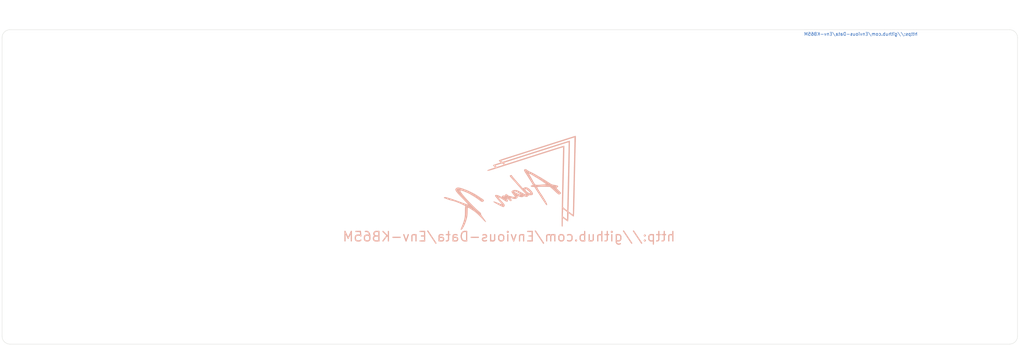
<source format=kicad_pcb>
(kicad_pcb (version 20171130) (host pcbnew "(5.1.9)-1")

  (general
    (thickness 1.6)
    (drawings 14)
    (tracks 0)
    (zones 0)
    (modules 7)
    (nets 2)
  )

  (page A3)
  (layers
    (0 F.Cu signal)
    (31 B.Cu signal)
    (32 B.Adhes user)
    (33 F.Adhes user)
    (34 B.Paste user)
    (35 F.Paste user)
    (36 B.SilkS user)
    (37 F.SilkS user)
    (38 B.Mask user)
    (39 F.Mask user)
    (40 Dwgs.User user)
    (41 Cmts.User user)
    (42 Eco1.User user)
    (43 Eco2.User user)
    (44 Edge.Cuts user)
    (45 Margin user)
    (46 B.CrtYd user)
    (47 F.CrtYd user)
    (48 B.Fab user)
    (49 F.Fab user)
  )

  (setup
    (last_trace_width 0.25)
    (trace_clearance 0.4)
    (zone_clearance 0.508)
    (zone_45_only no)
    (trace_min 0.2)
    (via_size 0.8)
    (via_drill 0.4)
    (via_min_size 0.4)
    (via_min_drill 0.3)
    (uvia_size 0.3)
    (uvia_drill 0.1)
    (uvias_allowed no)
    (uvia_min_size 0.2)
    (uvia_min_drill 0.1)
    (edge_width 0.1)
    (segment_width 0.2)
    (pcb_text_width 0.3)
    (pcb_text_size 1.5 1.5)
    (mod_edge_width 0.15)
    (mod_text_size 1 1)
    (mod_text_width 0.15)
    (pad_size 1.5 1.5)
    (pad_drill 0.6)
    (pad_to_mask_clearance 0)
    (aux_axis_origin 0 0)
    (visible_elements 7FFFFFFF)
    (pcbplotparams
      (layerselection 0x010fc_ffffffff)
      (usegerberextensions false)
      (usegerberattributes false)
      (usegerberadvancedattributes false)
      (creategerberjobfile false)
      (excludeedgelayer true)
      (linewidth 0.100000)
      (plotframeref false)
      (viasonmask false)
      (mode 1)
      (useauxorigin false)
      (hpglpennumber 1)
      (hpglpenspeed 20)
      (hpglpendiameter 15.000000)
      (psnegative false)
      (psa4output false)
      (plotreference true)
      (plotvalue true)
      (plotinvisibletext false)
      (padsonsilk false)
      (subtractmaskfromsilk false)
      (outputformat 1)
      (mirror false)
      (drillshape 0)
      (scaleselection 1)
      (outputdirectory "_gerber/"))
  )

  (net 0 "")
  (net 1 GND)

  (net_class Default "This is the default net class."
    (clearance 0.4)
    (trace_width 0.25)
    (via_dia 0.8)
    (via_drill 0.4)
    (uvia_dia 0.3)
    (uvia_drill 0.1)
  )

  (module Logo:logo locked (layer B.Cu) (tedit 0) (tstamp 60A3C9D4)
    (at 224.625 146.65 180)
    (fp_text reference Ref** (at -1.5 0) (layer B.SilkS) hide
      (effects (font (size 1.27 1.27) (thickness 0.15)) (justify mirror))
    )
    (fp_text value Val** (at 0 0) (layer B.SilkS) hide
      (effects (font (size 1.27 1.27) (thickness 0.15)) (justify mirror))
    )
    (fp_poly (pts (xy -5.12093 4.958323) (xy -4.903509 4.891652) (xy -4.786156 4.779923) (xy -4.770887 4.605409)
      (xy -4.859716 4.350386) (xy -5.054657 3.997129) (xy -5.268237 3.662321) (xy -5.524529 3.270837)
      (xy -5.783092 2.870703) (xy -6.008251 2.517373) (xy -6.126422 2.328333) (xy -6.305095 2.041951)
      (xy -6.54129 1.668129) (xy -6.800381 1.261492) (xy -6.98514 0.973666) (xy -7.198801 0.633663)
      (xy -7.373621 0.33947) (xy -7.491163 0.123228) (xy -7.533012 0.018509) (xy -7.515658 -0.059466)
      (xy -7.43293 -0.115984) (xy -7.244954 -0.171179) (xy -7.085208 -0.20762) (xy -6.904915 -0.28823)
      (xy -6.873986 -0.40148) (xy -6.986032 -0.541513) (xy -7.255772 -0.631187) (xy -7.673517 -0.668894)
      (xy -8.023367 -0.677334) (xy -8.811369 -1.883834) (xy -9.470946 -2.892491) (xy -10.042012 -3.76314)
      (xy -10.527555 -4.500257) (xy -10.930564 -5.108318) (xy -11.254027 -5.5918) (xy -11.50093 -5.955178)
      (xy -11.674262 -6.202928) (xy -11.777011 -6.339527) (xy -11.805841 -6.36987) (xy -11.963262 -6.427963)
      (xy -12.066705 -6.329697) (xy -12.082348 -6.29299) (xy -12.069507 -6.145912) (xy -11.978343 -5.88759)
      (xy -11.823573 -5.54826) (xy -11.619915 -5.158159) (xy -11.382086 -4.747525) (xy -11.161426 -4.400981)
      (xy -10.999493 -4.152104) (xy -10.883299 -3.96135) (xy -10.837369 -3.86903) (xy -10.837333 -3.868265)
      (xy -10.791831 -3.784523) (xy -10.667617 -3.590176) (xy -10.483129 -3.313314) (xy -10.256803 -2.982024)
      (xy -10.233012 -2.947608) (xy -9.953841 -2.532692) (xy -9.66896 -2.089913) (xy -9.415999 -1.678729)
      (xy -9.265014 -1.418112) (xy -9.093689 -1.104126) (xy -8.997549 -0.904775) (xy -8.967998 -0.787542)
      (xy -8.996437 -0.719908) (xy -9.067956 -0.672719) (xy -9.219106 -0.640932) (xy -9.529787 -0.618776)
      (xy -9.990456 -0.60655) (xy -10.591567 -0.604556) (xy -11.081123 -0.609274) (xy -12.927672 -0.635)
      (xy -13.337432 -0.970949) (xy -13.550627 -1.154309) (xy -13.84971 -1.423009) (xy -14.199022 -1.744488)
      (xy -14.562904 -2.086187) (xy -14.658773 -2.177449) (xy -15.05394 -2.546499) (xy -15.352087 -2.80407)
      (xy -15.5706 -2.96352) (xy -15.726864 -3.038209) (xy -15.791742 -3.048) (xy -16.130463 -2.978198)
      (xy -16.378721 -2.780873) (xy -16.430348 -2.699963) (xy -16.457424 -2.616703) (xy -16.436279 -2.521831)
      (xy -16.349915 -2.392554) (xy -16.181331 -2.206081) (xy -15.913526 -1.939617) (xy -15.733789 -1.766083)
      (xy -15.430319 -1.464358) (xy -15.203137 -1.217758) (xy -15.068409 -1.045123) (xy -15.042299 -0.965296)
      (xy -15.045251 -0.963541) (xy -15.246146 -0.843575) (xy -15.434566 -0.679462) (xy -15.557788 -0.52145)
      (xy -15.578666 -0.455201) (xy -15.495469 -0.323599) (xy -15.251445 -0.202232) (xy -14.854945 -0.094081)
      (xy -14.31432 -0.002127) (xy -14.305914 -0.000989) (xy -14.045515 0.036448) (xy -13.832862 0.078737)
      (xy -13.637382 0.14012) (xy -13.428503 0.234836) (xy -13.404638 0.248266) (xy -11.684 0.248266)
      (xy -11.605477 0.21623) (xy -11.394064 0.180969) (xy -11.085997 0.147672) (xy -10.8585 0.130033)
      (xy -10.490157 0.103562) (xy -10.177785 0.077649) (xy -9.965392 0.056118) (xy -9.906 0.047287)
      (xy -9.763967 0.032843) (xy -9.504241 0.019871) (xy -9.178456 0.010824) (xy -9.11806 0.009821)
      (xy -8.781671 0.008589) (xy -8.565942 0.026254) (xy -8.422282 0.076452) (xy -8.302099 0.172819)
      (xy -8.217272 0.262601) (xy -8.076741 0.448855) (xy -7.889518 0.741174) (xy -7.683907 1.093808)
      (xy -7.549397 1.342101) (xy -7.319184 1.775117) (xy -7.064684 2.243836) (xy -6.827255 2.672419)
      (xy -6.735686 2.834283) (xy -6.566263 3.136939) (xy -6.43474 3.383345) (xy -6.360081 3.537409)
      (xy -6.35 3.568411) (xy -6.41726 3.567406) (xy -6.602056 3.488962) (xy -6.878912 3.346312)
      (xy -7.22235 3.152687) (xy -7.606894 2.921321) (xy -7.662333 2.886813) (xy -8.015143 2.669731)
      (xy -8.417367 2.427276) (xy -8.720666 2.247898) (xy -9.015757 2.069468) (xy -9.375629 1.842468)
      (xy -9.775956 1.583314) (xy -10.192408 1.308423) (xy -10.600657 1.03421) (xy -10.976375 0.777094)
      (xy -11.295233 0.55349) (xy -11.532903 0.379815) (xy -11.665056 0.272485) (xy -11.684 0.248266)
      (xy -13.404638 0.248266) (xy -13.175654 0.377125) (xy -12.848261 0.581228) (xy -12.415754 0.861386)
      (xy -12.319 0.9245) (xy -11.615086 1.375718) (xy -10.878908 1.832973) (xy -10.131846 2.284086)
      (xy -9.395276 2.716876) (xy -8.690578 3.119164) (xy -8.039131 3.47877) (xy -7.462312 3.783513)
      (xy -6.9815 4.021213) (xy -6.618074 4.179691) (xy -6.580806 4.19375) (xy -6.280166 4.339842)
      (xy -5.95727 4.549174) (xy -5.795554 4.677975) (xy -5.565894 4.867294) (xy -5.398808 4.958603)
      (xy -5.238579 4.975055) (xy -5.12093 4.958323)) (layer B.SilkS) (width 0.01))
    (fp_poly (pts (xy -0.713908 3.098523) (xy -0.656166 3.087104) (xy -0.448507 3.035955) (xy -0.320801 2.992542)
      (xy -0.3175 2.990713) (xy -0.254084 2.889578) (xy -0.305603 2.718824) (xy -0.4781 2.467544)
      (xy -0.777617 2.124832) (xy -0.8255 2.073736) (xy -1.1002 1.778028) (xy -1.445427 1.399917)
      (xy -1.820288 0.984512) (xy -2.18389 0.576921) (xy -2.243666 0.509361) (xy -2.764913 -0.079477)
      (xy -3.199929 -0.567954) (xy -3.5736 -0.983486) (xy -3.910812 -1.353489) (xy -4.236453 -1.705379)
      (xy -4.575407 -2.066571) (xy -4.737355 -2.237805) (xy -5.002694 -2.527502) (xy -5.208399 -2.770997)
      (xy -5.335366 -2.944202) (xy -5.364486 -3.023028) (xy -5.361519 -3.024716) (xy -5.286765 -3.019142)
      (xy -5.140443 -2.968793) (xy -4.908312 -2.866945) (xy -4.57613 -2.706875) (xy -4.129656 -2.481859)
      (xy -3.554647 -2.185172) (xy -3.278152 -2.041106) (xy -2.890063 -1.844154) (xy -2.602782 -1.717265)
      (xy -2.370588 -1.645632) (xy -2.14776 -1.614446) (xy -1.94297 -1.608667) (xy -1.583893 -1.630194)
      (xy -1.307493 -1.708794) (xy -1.094512 -1.824219) (xy -0.922467 -1.945606) (xy -0.827568 -2.063495)
      (xy -0.816195 -2.203316) (xy -0.894731 -2.390497) (xy -1.069556 -2.650471) (xy -1.347052 -3.008666)
      (xy -1.412236 -3.090334) (xy -1.954122 -3.767667) (xy -1.658663 -3.79369) (xy -1.425854 -3.782467)
      (xy -1.104325 -3.727784) (xy -0.778307 -3.645523) (xy -0.463985 -3.558517) (xy -0.196089 -3.496072)
      (xy -0.031288 -3.471355) (xy -0.028647 -3.471334) (xy 0.125034 -3.413423) (xy 0.3264 -3.266642)
      (xy 0.423334 -3.175) (xy 0.620399 -3.00016) (xy 0.793567 -2.893741) (xy 0.852909 -2.878667)
      (xy 1.043117 -2.950576) (xy 1.150753 -3.123314) (xy 1.146461 -3.291097) (xy 1.126529 -3.397854)
      (xy 1.189786 -3.420277) (xy 1.372299 -3.372976) (xy 1.669811 -3.338026) (xy 1.939271 -3.400103)
      (xy 2.128038 -3.541631) (xy 2.177068 -3.641686) (xy 2.22614 -3.758913) (xy 2.313177 -3.796917)
      (xy 2.469985 -3.751986) (xy 2.728368 -3.620411) (xy 2.826027 -3.565975) (xy 3.224442 -3.370837)
      (xy 3.608101 -3.234438) (xy 3.940755 -3.165637) (xy 4.186156 -3.17329) (xy 4.270475 -3.213025)
      (xy 4.381807 -3.374927) (xy 4.402667 -3.473011) (xy 4.348315 -3.580226) (xy 4.196871 -3.790332)
      (xy 3.965747 -4.081476) (xy 3.672359 -4.431802) (xy 3.334121 -4.819455) (xy 3.293394 -4.86515)
      (xy 2.955594 -5.247794) (xy 2.66368 -5.587055) (xy 2.43402 -5.863189) (xy 2.282981 -6.05645)
      (xy 2.226933 -6.147093) (xy 2.227753 -6.150641) (xy 2.317413 -6.135742) (xy 2.532427 -6.064334)
      (xy 2.842813 -5.947319) (xy 3.218587 -5.795597) (xy 3.314166 -5.755653) (xy 3.729883 -5.586495)
      (xy 4.115798 -5.439746) (xy 4.431799 -5.329984) (xy 4.63777 -5.271787) (xy 4.653626 -5.26889)
      (xy 4.950302 -5.220746) (xy 4.816548 -5.42554) (xy 4.703161 -5.523002) (xy 4.466752 -5.676742)
      (xy 4.137486 -5.870877) (xy 3.745531 -6.089527) (xy 3.321054 -6.316811) (xy 2.894221 -6.536849)
      (xy 2.495199 -6.73376) (xy 2.154155 -6.891662) (xy 1.901257 -6.994676) (xy 1.773802 -7.027334)
      (xy 1.610105 -6.968205) (xy 1.502431 -6.879167) (xy 1.375904 -6.675765) (xy 1.340839 -6.415392)
      (xy 1.344635 -6.318488) (xy 1.404897 -6.196015) (xy 1.56056 -5.985539) (xy 1.786857 -5.718363)
      (xy 2.014558 -5.471822) (xy 2.357447 -5.106203) (xy 2.674916 -4.752917) (xy 2.947197 -4.435445)
      (xy 3.154517 -4.177268) (xy 3.277108 -4.001868) (xy 3.302 -3.942699) (xy 3.234556 -3.944499)
      (xy 3.050058 -4.021375) (xy 2.775253 -4.158993) (xy 2.436891 -4.343019) (xy 2.06172 -4.559117)
      (xy 1.676489 -4.792953) (xy 1.465341 -4.92695) (xy 1.111646 -5.15041) (xy 0.86689 -5.289129)
      (xy 0.70153 -5.355811) (xy 0.586021 -5.363163) (xy 0.512841 -5.336591) (xy 0.37019 -5.175503)
      (xy 0.3509 -4.935969) (xy 0.454928 -4.655492) (xy 0.513765 -4.563904) (xy 0.610394 -4.38978)
      (xy 0.594987 -4.316795) (xy 0.490435 -4.343772) (xy 0.319626 -4.46953) (xy 0.206341 -4.579737)
      (xy -0.015782 -4.794124) (xy -0.241265 -4.983702) (xy -0.275108 -5.008794) (xy -0.522128 -5.129223)
      (xy -0.707828 -5.116897) (xy -0.819705 -5.001207) (xy -0.845259 -4.811541) (xy -0.771985 -4.57729)
      (xy -0.587382 -4.327842) (xy -0.5715 -4.312064) (xy -0.422843 -4.154145) (xy -0.403571 -4.09459)
      (xy -0.465666 -4.108036) (xy -1.033344 -4.301323) (xy -1.522922 -4.421945) (xy -1.908155 -4.464271)
      (xy -2.068031 -4.451769) (xy -2.327352 -4.361593) (xy -2.557414 -4.21241) (xy -2.717583 -4.039676)
      (xy -2.76723 -3.878844) (xy -2.75928 -3.848568) (xy -2.679981 -3.652874) (xy -2.658965 -3.601)
      (xy -2.669936 -3.547931) (xy -2.78566 -3.562058) (xy -3.026526 -3.647104) (xy -3.122949 -3.685667)
      (xy -3.618701 -3.843196) (xy -4.049928 -3.892721) (xy -4.393267 -3.833808) (xy -4.584537 -3.712797)
      (xy -4.736767 -3.593098) (xy -4.865144 -3.597523) (xy -4.925054 -3.630003) (xy -5.108425 -3.704133)
      (xy -5.369491 -3.766608) (xy -5.447421 -3.778934) (xy -5.687808 -3.798044) (xy -5.845244 -3.750023)
      (xy -5.999797 -3.603718) (xy -6.050658 -3.544227) (xy -6.19204 -3.39011) (xy -6.32512 -3.304815)
      (xy -6.506397 -3.268102) (xy -6.792371 -3.25973) (xy -6.844965 -3.259667) (xy -7.149214 -3.25374)
      (xy -7.331954 -3.225616) (xy -7.440878 -3.159781) (xy -7.454559 -3.140107) (xy -3.723325 -3.140107)
      (xy -3.616631 -3.123788) (xy -3.368248 -3.028886) (xy -2.975267 -2.855187) (xy -2.583458 -2.672871)
      (xy -2.111007 -2.440239) (xy -1.796106 -2.261846) (xy -1.63652 -2.13587) (xy -1.630016 -2.060491)
      (xy -1.774358 -2.033888) (xy -1.799166 -2.03386) (xy -2.072354 -2.090589) (xy -2.439167 -2.246495)
      (xy -2.868272 -2.486478) (xy -3.222331 -2.719699) (xy -3.523267 -2.93785) (xy -3.691234 -3.078057)
      (xy -3.723325 -3.140107) (xy -7.454559 -3.140107) (xy -7.523677 -3.040717) (xy -7.524961 -3.038452)
      (xy -7.591649 -2.828744) (xy -7.568312 -2.678601) (xy -6.833035 -2.678601) (xy -6.772787 -2.701301)
      (xy -6.634282 -2.671999) (xy -6.424134 -2.594961) (xy -6.146746 -2.462549) (xy -5.969 -2.364931)
      (xy -5.574007 -2.087519) (xy -5.323117 -1.790611) (xy -5.20221 -1.492725) (xy -5.187883 -1.316801)
      (xy -5.25333 -1.27) (xy -5.39473 -1.325769) (xy -5.619763 -1.473606) (xy -5.893878 -1.684303)
      (xy -6.182527 -1.928654) (xy -6.451161 -2.177454) (xy -6.665232 -2.401496) (xy -6.787959 -2.567329)
      (xy -6.833035 -2.678601) (xy -7.568312 -2.678601) (xy -7.555018 -2.593079) (xy -7.405616 -2.311065)
      (xy -7.133992 -1.962308) (xy -6.912438 -1.716827) (xy -6.431721 -1.250906) (xy -5.998353 -0.937686)
      (xy -5.598755 -0.771875) (xy -5.219349 -0.748182) (xy -4.846556 -0.861316) (xy -4.790225 -0.889836)
      (xy -4.403241 -1.095597) (xy -2.942454 0.564454) (xy -2.401426 1.18077) (xy -1.963494 1.683525)
      (xy -1.618573 2.085112) (xy -1.356581 2.397924) (xy -1.167434 2.634353) (xy -1.041048 2.806793)
      (xy -0.967341 2.927636) (xy -0.936228 3.009275) (xy -0.933453 3.03356) (xy -0.882506 3.104401)
      (xy -0.713908 3.098523)) (layer B.SilkS) (width 0.01))
    (fp_poly (pts (xy -20.962618 15.469204) (xy -20.71469 15.400143) (xy -20.359492 15.29481) (xy -19.923923 15.161194)
      (xy -19.434884 15.007288) (xy -19.39124 14.993376) (xy -18.904663 14.83822) (xy -18.2929 14.643313)
      (xy -17.592146 14.420178) (xy -16.838599 14.180337) (xy -16.068456 13.935312) (xy -15.317913 13.696627)
      (xy -15.113 13.631482) (xy -14.394602 13.402919) (xy -13.664087 13.170156) (xy -12.953757 12.943508)
      (xy -12.295913 12.733292) (xy -11.722853 12.549825) (xy -11.26688 12.403424) (xy -11.133666 12.360507)
      (xy -10.770723 12.24386) (xy -10.264428 12.081792) (xy -9.632849 11.880051) (xy -8.894053 11.644382)
      (xy -8.066106 11.380533) (xy -7.167076 11.094249) (xy -6.21503 10.791277) (xy -5.228033 10.477364)
      (xy -4.224154 10.158256) (xy -3.221459 9.8397) (xy -2.238015 9.527443) (xy -1.291888 9.22723)
      (xy -0.401146 8.944809) (xy 0.416145 8.685926) (xy 0.973667 8.509521) (xy 1.684093 8.280786)
      (xy 2.267991 8.084173) (xy 2.717103 7.922709) (xy 3.023169 7.79942) (xy 3.177929 7.71733)
      (xy 3.195885 7.695536) (xy 3.143975 7.583146) (xy 2.98836 7.425461) (xy 2.863486 7.328633)
      (xy 2.679349 7.184955) (xy 2.585822 7.083392) (xy 2.588601 7.054323) (xy 2.693548 7.021082)
      (xy 2.929207 6.94674) (xy 3.26476 6.841009) (xy 3.66939 6.713602) (xy 3.849044 6.657058)
      (xy 4.26904 6.519652) (xy 4.627508 6.392448) (xy 4.895034 6.286656) (xy 5.042204 6.213487)
      (xy 5.061085 6.195079) (xy 5.015596 6.09845) (xy 4.866406 5.949922) (xy 4.742502 5.85258)
      (xy 4.54279 5.695762) (xy 4.41568 5.572645) (xy 4.391865 5.531422) (xy 4.467448 5.483325)
      (xy 4.677066 5.396385) (xy 4.992761 5.281067) (xy 5.386574 5.147836) (xy 5.602737 5.078187)
      (xy 6.139733 4.900574) (xy 6.517199 4.75848) (xy 6.740662 4.649593) (xy 6.815643 4.571598)
      (xy 6.815667 4.570459) (xy 6.812533 4.506938) (xy 6.794611 4.458353) (xy 6.749119 4.427912)
      (xy 6.663277 4.418822) (xy 6.524303 4.434292) (xy 6.319417 4.477529) (xy 6.035837 4.551743)
      (xy 5.660782 4.660139) (xy 5.181471 4.805928) (xy 4.585123 4.992316) (xy 3.858956 5.222512)
      (xy 2.990191 5.499724) (xy 2.54 5.643643) (xy 1.82933 5.870885) (xy 1.024867 6.12813)
      (xy 0.280447 6.366185) (xy 1.583851 6.366185) (xy 2.633426 6.023911) (xy 3.032536 5.89548)
      (xy 3.375412 5.788372) (xy 3.62899 5.712685) (xy 3.760206 5.678514) (xy 3.767667 5.677572)
      (xy 3.883338 5.723979) (xy 4.062516 5.843941) (xy 4.106334 5.878233) (xy 4.259443 6.019522)
      (xy 4.279414 6.098838) (xy 4.233334 6.126625) (xy 3.977121 6.211899) (xy 3.646404 6.318043)
      (xy 3.277938 6.433761) (xy 2.908477 6.547752) (xy 2.574777 6.64872) (xy 2.313591 6.725366)
      (xy 2.161674 6.766392) (xy 2.139399 6.770288) (xy 2.036848 6.71922) (xy 1.866966 6.597105)
      (xy 1.829092 6.566714) (xy 1.583851 6.366185) (xy 0.280447 6.366185) (xy 0.188748 6.395509)
      (xy -0.616892 6.653151) (xy -1.329914 6.881185) (xy -1.397 6.90264) (xy -2.065951 7.116406)
      (xy -2.893732 7.380608) (xy -3.877782 7.694429) (xy -5.01554 8.057055) (xy -6.304446 8.467669)
      (xy -7.741939 8.925455) (xy -9.325457 9.429598) (xy -11.052439 9.979283) (xy -12.920325 10.573692)
      (xy -13.546666 10.772986) (xy -14.385472 11.039814) (xy -15.077355 11.259562) (xy -15.636751 11.43651)
      (xy -16.078095 11.574938) (xy -16.41582 11.679125) (xy -16.664363 11.753352) (xy -16.838157 11.801898)
      (xy -16.951638 11.829043) (xy -17.019239 11.839067) (xy -17.055397 11.836248) (xy -17.074545 11.824869)
      (xy -17.079203 11.820352) (xy -17.087149 11.728289) (xy -17.09065 11.483799) (xy -17.089911 11.103723)
      (xy -17.085133 10.604904) (xy -17.076519 10.004184) (xy -17.064271 9.318405) (xy -17.048592 8.564409)
      (xy -17.030987 7.811729) (xy -16.976064 5.552624) (xy -16.925173 3.403266) (xy -16.878379 1.367456)
      (xy -16.835744 -0.551002) (xy -16.797332 -2.348306) (xy -16.763206 -4.020653) (xy -16.733431 -5.564241)
      (xy -16.708068 -6.975266) (xy -16.687183 -8.249926) (xy -16.670838 -9.384418) (xy -16.659096 -10.37494)
      (xy -16.652022 -11.217688) (xy -16.649678 -11.908861) (xy -16.652128 -12.444655) (xy -16.659436 -12.821268)
      (xy -16.671665 -13.034897) (xy -16.682283 -13.084555) (xy -16.827263 -13.200253) (xy -16.953916 -13.158937)
      (xy -16.961555 -13.151556) (xy -16.981086 -13.051432) (xy -16.997687 -12.81263) (xy -17.010083 -12.465796)
      (xy -17.016996 -12.041579) (xy -17.018 -11.796889) (xy -17.020786 -11.349722) (xy -17.028471 -10.969131)
      (xy -17.040044 -10.68406) (xy -17.054496 -10.523457) (xy -17.063302 -10.498667) (xy -17.145257 -10.546599)
      (xy -17.332132 -10.676385) (xy -17.594341 -10.86701) (xy -17.840743 -11.050909) (xy -18.146706 -11.273138)
      (xy -18.407642 -11.446801) (xy -18.592051 -11.551898) (xy -18.663275 -11.573177) (xy -18.702578 -11.477397)
      (xy -18.738194 -11.226511) (xy -18.768729 -10.83473) (xy -18.792787 -10.316266) (xy -18.796 -10.220691)
      (xy -18.838333 -8.898178) (xy -19.629884 -9.495304) (xy -20.015601 -9.775739) (xy -20.286271 -9.947168)
      (xy -20.451537 -10.015158) (xy -20.510245 -10.003621) (xy -20.529691 -9.90066) (xy -20.550758 -9.630266)
      (xy -20.573385 -9.194331) (xy -20.59751 -8.594749) (xy -20.623071 -7.833412) (xy -20.650007 -6.912212)
      (xy -20.678255 -5.833041) (xy -20.707755 -4.597793) (xy -20.738443 -3.208358) (xy -20.750198 -2.650239)
      (xy -20.796471 -0.446754) (xy -20.841057 1.634824) (xy -20.883839 3.589557) (xy -20.9247 5.412502)
      (xy -20.963525 7.098719) (xy -21.000196 8.643268) (xy -21.034596 10.041208) (xy -21.06661 11.287597)
      (xy -21.096121 12.377496) (xy -21.123013 13.305963) (xy -21.137714 13.7795) (xy -21.154987 14.371964)
      (xy -21.163191 14.81513) (xy -21.162849 14.883318) (xy -20.701202 14.883318) (xy -20.699388 14.639821)
      (xy -20.694254 14.252082) (xy -20.68606 13.732626) (xy -20.675062 13.093977) (xy -20.661519 12.348659)
      (xy -20.645687 11.509197) (xy -20.627824 10.588114) (xy -20.608189 9.597935) (xy -20.587038 8.551184)
      (xy -20.56463 7.460386) (xy -20.541222 6.338064) (xy -20.517072 5.196743) (xy -20.492437 4.048947)
      (xy -20.467575 2.9072) (xy -20.442743 1.784026) (xy -20.4182 0.691951) (xy -20.394203 -0.356503)
      (xy -20.37101 -1.348811) (xy -20.348878 -2.272448) (xy -20.328065 -3.114891) (xy -20.324409 -3.259667)
      (xy -20.30447 -4.077681) (xy -20.286087 -4.892058) (xy -20.269757 -5.676233) (xy -20.255978 -6.40364)
      (xy -20.245246 -7.047716) (xy -20.238058 -7.581893) (xy -20.234911 -7.979609) (xy -20.234812 -8.050389)
      (xy -20.231575 -8.491126) (xy -20.222321 -8.869759) (xy -20.208317 -9.154902) (xy -20.19083 -9.315168)
      (xy -20.182827 -9.337617) (xy -20.097911 -9.31204) (xy -19.91135 -9.200923) (xy -19.6542 -9.023914)
      (xy -19.464153 -8.883012) (xy -19.035853 -8.556974) (xy -18.372666 -8.556974) (xy -18.372666 -10.928105)
      (xy -18.094787 -10.734552) (xy -17.863395 -10.569215) (xy -17.579741 -10.361008) (xy -17.424196 -10.244667)
      (xy -17.031484 -9.948334) (xy -17.078767 -8.805334) (xy -17.096849 -8.385967) (xy -17.113449 -8.033354)
      (xy -17.126983 -7.778881) (xy -17.135867 -7.653933) (xy -17.137238 -7.646509) (xy -17.204652 -7.686854)
      (xy -17.375965 -7.808195) (xy -17.620618 -7.988597) (xy -17.760547 -8.093829) (xy -18.372666 -8.556974)
      (xy -19.035853 -8.556974) (xy -18.797985 -8.375901) (xy -18.842542 -7.511117) (xy -18.852949 -7.257943)
      (xy -18.865762 -6.860716) (xy -18.88074 -6.33173) (xy -18.897642 -5.683276) (xy -18.916225 -4.927645)
      (xy -18.936249 -4.077129) (xy -18.95747 -3.14402) (xy -18.979649 -2.140609) (xy -19.002542 -1.079188)
      (xy -19.025908 0.027952) (xy -19.049505 1.168519) (xy -19.073093 2.33022) (xy -19.096428 3.500766)
      (xy -19.11927 4.667863) (xy -19.141377 5.819221) (xy -19.162506 6.942548) (xy -19.182417 8.025552)
      (xy -19.200867 9.055941) (xy -19.217615 10.021424) (xy -19.232419 10.909709) (xy -19.245037 11.708505)
      (xy -19.255229 12.40552) (xy -19.262751 12.988463) (xy -19.263852 13.097558) (xy -18.860236 13.097558)
      (xy -18.858001 12.709808) (xy -18.852316 12.193266) (xy -18.843383 11.561427) (xy -18.831408 10.82779)
      (xy -18.816595 10.005852) (xy -18.799147 9.109109) (xy -18.77927 8.151059) (xy -18.760838 7.308472)
      (xy -18.734738 6.139273) (xy -18.706979 4.889997) (xy -18.678249 3.591937) (xy -18.649235 2.276388)
      (xy -18.620625 0.974644) (xy -18.593107 -0.282002) (xy -18.567368 -1.462253) (xy -18.544098 -2.534818)
      (xy -18.524561 -3.441434) (xy -18.424392 -8.110534) (xy -17.763529 -7.607462) (xy -17.474614 -7.373431)
      (xy -17.251572 -7.165498) (xy -17.122904 -7.011586) (xy -17.102691 -6.960029) (xy -17.104741 -6.846164)
      (xy -17.110584 -6.581835) (xy -17.119769 -6.185859) (xy -17.131851 -5.677051) (xy -17.146379 -5.074228)
      (xy -17.162907 -4.396205) (xy -17.180985 -3.661799) (xy -17.187801 -3.386667) (xy -17.202223 -2.795137)
      (xy -17.218847 -2.095454) (xy -17.237349 -1.302435) (xy -17.257405 -0.4309) (xy -17.278693 0.504335)
      (xy -17.300887 1.488451) (xy -17.323664 2.506631) (xy -17.346702 3.544056) (xy -17.369675 4.585908)
      (xy -17.392261 5.617371) (xy -17.414137 6.623625) (xy -17.434977 7.589853) (xy -17.454459 8.501237)
      (xy -17.472259 9.342959) (xy -17.488053 10.100201) (xy -17.501518 10.758145) (xy -17.51233 11.301974)
      (xy -17.520166 11.716869) (xy -17.524701 11.988012) (xy -17.525742 12.086166) (xy -17.496971 12.291629)
      (xy -17.402184 12.360941) (xy -17.3908 12.361333) (xy -17.290649 12.336163) (xy -17.041686 12.263242)
      (xy -16.656365 12.14646) (xy -16.147143 11.989703) (xy -15.526475 11.796859) (xy -14.806816 11.571815)
      (xy -14.000622 11.318458) (xy -13.120348 11.040676) (xy -12.17845 10.742356) (xy -11.187384 10.427387)
      (xy -10.8503 10.32002) (xy -9.201268 9.794496) (xy -7.706411 9.318123) (xy -6.358572 8.888621)
      (xy -5.150592 8.503709) (xy -4.075314 8.161107) (xy -3.125578 7.858535) (xy -2.294227 7.593713)
      (xy -1.574103 7.364359) (xy -0.958048 7.168194) (xy -0.438903 7.002937) (xy -0.00951 6.866308)
      (xy 0.317073 6.762454) (xy 1.099812 6.513632) (xy 1.354821 6.702168) (xy 1.503161 6.837077)
      (xy 1.553231 6.936742) (xy 1.545748 6.951435) (xy 1.491443 6.975749) (xy 1.348391 7.027529)
      (xy 1.111004 7.108573) (xy 0.773691 7.220677) (xy 0.330861 7.365637) (xy -0.223075 7.54525)
      (xy -0.893708 7.761312) (xy -1.686628 8.015621) (xy -2.607424 8.309972) (xy -3.661688 8.646162)
      (xy -4.85501 9.025988) (xy -6.192979 9.451247) (xy -7.681185 9.923734) (xy -9.32522 10.445246)
      (xy -9.355666 10.454901) (xy -11.455225 11.121663) (xy -13.456635 11.759266) (xy -15.33756 12.360584)
      (xy -16.834561 12.840948) (xy -17.382171 13.014766) (xy -17.875027 13.16692) (xy -18.290753 13.290853)
      (xy -18.606971 13.380006) (xy -18.801305 13.427821) (xy -18.853533 13.432689) (xy -18.858814 13.343017)
      (xy -18.860236 13.097558) (xy -19.263852 13.097558) (xy -19.267362 13.445041) (xy -19.268822 13.762963)
      (xy -19.266887 13.929938) (xy -19.264613 13.952942) (xy -19.250312 13.959386) (xy -19.219391 13.959386)
      (xy -19.163449 13.950325) (xy -19.074084 13.929584) (xy -18.942892 13.894547) (xy -18.761471 13.842596)
      (xy -18.521419 13.771112) (xy -18.214333 13.677477) (xy -17.831811 13.559075) (xy -17.365451 13.413287)
      (xy -16.806849 13.237496) (xy -16.147604 13.029083) (xy -15.379313 12.785432) (xy -14.493573 12.503923)
      (xy -13.481982 12.18194) (xy -12.336138 11.816865) (xy -11.047638 11.406079) (xy -9.60808 10.946966)
      (xy -9.271 10.839448) (xy -7.677082 10.331109) (xy -6.236925 9.871993) (xy -4.943009 9.459732)
      (xy -3.787813 9.091958) (xy -2.763816 8.766301) (xy -1.863498 8.480393) (xy -1.079337 8.231865)
      (xy -0.403813 8.018348) (xy 0.170594 7.837474) (xy 0.651407 7.686875) (xy 1.046146 7.564181)
      (xy 1.362331 7.467023) (xy 1.607483 7.393033) (xy 1.789123 7.339843) (xy 1.914772 7.305084)
      (xy 1.991951 7.286386) (xy 2.026356 7.281333) (xy 2.165051 7.330151) (xy 2.331644 7.438144)
      (xy 2.530997 7.594955) (xy 1.328999 7.980912) (xy 0.547117 8.231622) (xy -0.379844 8.528236)
      (xy -1.435528 8.865537) (xy -2.603585 9.238306) (xy -3.867658 9.641323) (xy -5.211397 10.069371)
      (xy -6.618446 10.51723) (xy -6.688666 10.539572) (xy -7.455539 10.783584) (xy -8.263701 11.040774)
      (xy -9.075477 11.299149) (xy -9.853189 11.546716) (xy -10.559162 11.771481) (xy -11.155718 11.961452)
      (xy -11.345333 12.021849) (xy -11.903136 12.199433) (xy -12.58261 12.41559) (xy -13.344022 12.657688)
      (xy -14.147637 12.913097) (xy -14.953721 13.169186) (xy -15.722539 13.413325) (xy -15.875 13.461723)
      (xy -16.579067 13.685378) (xy -17.282496 13.909134) (xy -17.955712 14.123561) (xy -18.569141 14.319232)
      (xy -19.09321 14.486715) (xy -19.498346 14.616583) (xy -19.630394 14.659084) (xy -20.021959 14.782913)
      (xy -20.350435 14.882147) (xy -20.585095 14.947846) (xy -20.695212 14.971075) (xy -20.69944 14.97005)
      (xy -20.701202 14.883318) (xy -21.162849 14.883318) (xy -21.161617 15.128826) (xy -21.149556 15.332879)
      (xy -21.126298 15.447119) (xy -21.091133 15.491373) (xy -21.076377 15.494) (xy -20.962618 15.469204)) (layer B.SilkS) (width 0.01))
    (fp_poly (pts (xy 16.274234 -0.840936) (xy 16.321652 -0.85522) (xy 16.592697 -1.001815) (xy 16.808758 -1.19721)
      (xy 16.924721 -1.397027) (xy 16.933334 -1.456907) (xy 16.884453 -1.695633) (xy 16.733086 -1.9955)
      (xy 16.472141 -2.366129) (xy 16.094529 -2.817139) (xy 15.593161 -3.358151) (xy 15.340975 -3.617581)
      (xy 14.852557 -4.118104) (xy 14.390605 -4.598689) (xy 13.969243 -5.04403) (xy 13.602601 -5.438821)
      (xy 13.304803 -5.767758) (xy 13.089977 -6.015534) (xy 12.972249 -6.166845) (xy 12.954 -6.203729)
      (xy 12.972124 -6.222447) (xy 13.038852 -6.216737) (xy 13.172721 -6.180471) (xy 13.392267 -6.107524)
      (xy 13.716026 -5.991769) (xy 14.162534 -5.827081) (xy 14.689667 -5.630083) (xy 15.382564 -5.373144)
      (xy 16.113304 -5.10719) (xy 16.833603 -4.849487) (xy 17.495178 -4.617301) (xy 18.049745 -4.427899)
      (xy 18.076334 -4.419016) (xy 18.322565 -4.340694) (xy 18.67728 -4.232534) (xy 19.086015 -4.110754)
      (xy 19.494303 -3.991574) (xy 19.847679 -3.891213) (xy 19.863015 -3.886956) (xy 20.145088 -3.845006)
      (xy 20.368805 -3.873763) (xy 20.512062 -3.952448) (xy 20.552756 -4.060281) (xy 20.468784 -4.176482)
      (xy 20.270748 -4.270277) (xy 20.07957 -4.336236) (xy 19.783382 -4.443586) (xy 19.435243 -4.572992)
      (xy 19.304 -4.622549) (xy 18.899686 -4.763229) (xy 18.476402 -4.890166) (xy 18.112982 -4.980117)
      (xy 18.048355 -4.992733) (xy 17.546328 -5.111994) (xy 16.939558 -5.301479) (xy 16.269427 -5.545842)
      (xy 15.577317 -5.829739) (xy 14.904608 -6.137826) (xy 14.736165 -6.220912) (xy 13.783685 -6.698598)
      (xy 13.847874 -7.011133) (xy 13.870164 -7.211003) (xy 13.886005 -7.538246) (xy 13.894167 -7.950977)
      (xy 13.893417 -8.407317) (xy 13.89194 -8.509) (xy 13.898628 -9.276189) (xy 13.951812 -9.981002)
      (xy 14.05987 -10.660817) (xy 14.231183 -11.35301) (xy 14.474131 -12.094959) (xy 14.797095 -12.92404)
      (xy 14.977658 -13.351526) (xy 15.102938 -13.658527) (xy 15.195669 -13.916418) (xy 15.238814 -14.077082)
      (xy 15.24 -14.092359) (xy 15.191293 -14.211606) (xy 15.065502 -14.212349) (xy 14.893123 -14.106853)
      (xy 14.704653 -13.907383) (xy 14.672602 -13.864167) (xy 14.333822 -13.316649) (xy 14.001201 -12.64217)
      (xy 13.691509 -11.882769) (xy 13.421518 -11.080484) (xy 13.207998 -10.277356) (xy 13.167396 -10.090965)
      (xy 13.106996 -9.691827) (xy 13.063386 -9.180509) (xy 13.040835 -8.6137) (xy 13.038667 -8.381462)
      (xy 13.032576 -7.956552) (xy 13.015809 -7.604235) (xy 12.990626 -7.355879) (xy 12.959286 -7.242852)
      (xy 12.956487 -7.240537) (xy 12.874774 -7.229538) (xy 12.733519 -7.273468) (xy 12.516197 -7.381198)
      (xy 12.206285 -7.561603) (xy 11.78726 -7.823554) (xy 11.373178 -8.090758) (xy 11.023624 -8.327248)
      (xy 10.686503 -8.576766) (xy 10.343135 -8.856298) (xy 9.974838 -9.18283) (xy 9.56293 -9.573348)
      (xy 9.08873 -10.044838) (xy 8.533557 -10.614286) (xy 8.096404 -11.070167) (xy 7.758395 -11.41019)
      (xy 7.498682 -11.642042) (xy 7.324552 -11.761391) (xy 7.243289 -11.763906) (xy 7.262179 -11.645255)
      (xy 7.31317 -11.535834) (xy 7.408501 -11.381781) (xy 7.583017 -11.126525) (xy 7.813232 -10.803513)
      (xy 8.075658 -10.446195) (xy 8.119678 -10.387258) (xy 8.41502 -9.983574) (xy 8.616124 -9.683121)
      (xy 8.737934 -9.459693) (xy 8.795393 -9.287087) (xy 8.805334 -9.184919) (xy 8.816489 -9.055729)
      (xy 8.864381 -8.935693) (xy 8.97065 -8.799722) (xy 9.156936 -8.622724) (xy 9.444877 -8.37961)
      (xy 9.630834 -8.227771) (xy 9.970676 -7.934173) (xy 10.400173 -7.535743) (xy 10.89734 -7.054969)
      (xy 11.44019 -6.514337) (xy 12.006737 -5.936334) (xy 12.574996 -5.343447) (xy 13.12298 -4.758164)
      (xy 13.628704 -4.20297) (xy 14.070182 -3.700354) (xy 14.157123 -3.598334) (xy 14.623043 -3.032698)
      (xy 14.968019 -2.578224) (xy 15.194633 -2.230254) (xy 15.305469 -1.984129) (xy 15.303112 -1.83519)
      (xy 15.190145 -1.778781) (xy 15.166815 -1.778) (xy 14.989656 -1.811549) (xy 14.694252 -1.90295)
      (xy 14.315752 -2.038338) (xy 13.889306 -2.203847) (xy 13.450063 -2.38561) (xy 13.033174 -2.569762)
      (xy 12.673788 -2.742437) (xy 12.530667 -2.817921) (xy 11.301769 -3.530254) (xy 10.162287 -4.271705)
      (xy 9.0788 -5.058834) (xy 8.771927 -5.277223) (xy 8.547617 -5.386599) (xy 8.365612 -5.394522)
      (xy 8.185657 -5.308552) (xy 8.097085 -5.243188) (xy 7.93562 -5.087219) (xy 7.883664 -4.94081)
      (xy 7.951332 -4.783936) (xy 8.148739 -4.59657) (xy 8.486001 -4.358683) (xy 8.572148 -4.302622)
      (xy 8.952108 -4.055598) (xy 9.35146 -3.792812) (xy 9.700324 -3.560332) (xy 9.789886 -3.499861)
      (xy 10.372669 -3.128192) (xy 11.017961 -2.757747) (xy 11.705371 -2.396781) (xy 12.414512 -2.053549)
      (xy 13.124993 -1.736306) (xy 13.816425 -1.453309) (xy 14.468419 -1.212812) (xy 15.060587 -1.023071)
      (xy 15.572538 -0.892341) (xy 15.983883 -0.828878) (xy 16.274234 -0.840936)) (layer B.SilkS) (width 0.01))
  )

  (module MountingHole:MountingHole_2.2mm_M2 (layer F.Cu) (tedit 56D1B4CB) (tstamp 60A337B9)
    (at 367.75 180.5)
    (descr "Mounting Hole 2.2mm, no annular, M2")
    (tags "mounting hole 2.2mm no annular m2")
    (path /60AFC1C3)
    (attr virtual)
    (fp_text reference H4 (at 0 -3.2 180) (layer Dwgs.User)
      (effects (font (size 1 1) (thickness 0.15)))
    )
    (fp_text value MountingHole (at 0 3.2) (layer F.Fab)
      (effects (font (size 1 1) (thickness 0.15)))
    )
    (fp_circle (center 0 0) (end 2.45 0) (layer F.CrtYd) (width 0.05))
    (fp_circle (center 0 0) (end 2.2 0) (layer Cmts.User) (width 0.15))
    (fp_text user %R (at 0.3 0) (layer F.Fab)
      (effects (font (size 1 1) (thickness 0.15)))
    )
    (pad 1 np_thru_hole circle (at 0 0) (size 2.2 2.2) (drill 2.2) (layers *.Cu *.Mask))
  )

  (module MountingHole:MountingHole_2.2mm_M2 (layer F.Cu) (tedit 56D1B4CB) (tstamp 60A337C9)
    (at 231.25 178)
    (descr "Mounting Hole 2.2mm, no annular, M2")
    (tags "mounting hole 2.2mm no annular m2")
    (path /60B2C4B8)
    (attr virtual)
    (fp_text reference H6 (at 0 -3.2) (layer Dwgs.User)
      (effects (font (size 1 1) (thickness 0.15)))
    )
    (fp_text value MountingHole (at 0 3.2) (layer F.Fab)
      (effects (font (size 1 1) (thickness 0.15)))
    )
    (fp_circle (center 0 0) (end 2.45 0) (layer F.CrtYd) (width 0.05))
    (fp_circle (center 0 0) (end 2.2 0) (layer Cmts.User) (width 0.15))
    (fp_text user %R (at 0.3 0) (layer F.Fab)
      (effects (font (size 1 1) (thickness 0.15)))
    )
    (pad 1 np_thru_hole circle (at 0 0) (size 2.2 2.2) (drill 2.2) (layers *.Cu *.Mask))
  )

  (module MountingHole:MountingHole_2.2mm_M2 (layer F.Cu) (tedit 56D1B4CB) (tstamp 60A337C1)
    (at 225 122.5)
    (descr "Mounting Hole 2.2mm, no annular, M2")
    (tags "mounting hole 2.2mm no annular m2")
    (path /60B142B5)
    (attr virtual)
    (fp_text reference H5 (at 0 -3.2) (layer Dwgs.User)
      (effects (font (size 1 1) (thickness 0.15)))
    )
    (fp_text value MountingHole (at 0 3.2) (layer F.Fab)
      (effects (font (size 1 1) (thickness 0.15)))
    )
    (fp_circle (center 0 0) (end 2.45 0) (layer F.CrtYd) (width 0.05))
    (fp_circle (center 0 0) (end 2.2 0) (layer Cmts.User) (width 0.15))
    (fp_text user %R (at 0.3 0) (layer F.Fab)
      (effects (font (size 1 1) (thickness 0.15)))
    )
    (pad 1 np_thru_hole circle (at 0 0) (size 2.2 2.2) (drill 2.2) (layers *.Cu *.Mask))
  )

  (module MountingHole:MountingHole_2.2mm_M2 (layer F.Cu) (tedit 56D1B4CB) (tstamp 60A337B1)
    (at 70.6 178.2)
    (descr "Mounting Hole 2.2mm, no annular, M2")
    (tags "mounting hole 2.2mm no annular m2")
    (path /60AE412B)
    (attr virtual)
    (fp_text reference H3 (at 0 -3.2) (layer Dwgs.User)
      (effects (font (size 1 1) (thickness 0.15)))
    )
    (fp_text value MountingHole (at 0 3.2) (layer F.Fab)
      (effects (font (size 1 1) (thickness 0.15)))
    )
    (fp_circle (center 0 0) (end 2.45 0) (layer F.CrtYd) (width 0.05))
    (fp_circle (center 0 0) (end 2.2 0) (layer Cmts.User) (width 0.15))
    (fp_text user %R (at 0.3 0) (layer F.Fab)
      (effects (font (size 1 1) (thickness 0.15)))
    )
    (pad 1 np_thru_hole circle (at 0 0) (size 2.2 2.2) (drill 2.2) (layers *.Cu *.Mask))
  )

  (module MountingHole:MountingHole_2.2mm_M2 (layer F.Cu) (tedit 56D1B4CB) (tstamp 60A337A9)
    (at 69 101)
    (descr "Mounting Hole 2.2mm, no annular, M2")
    (tags "mounting hole 2.2mm no annular m2")
    (path /60ACBE92)
    (attr virtual)
    (fp_text reference H2 (at 0 -3.2) (layer Dwgs.User)
      (effects (font (size 1 1) (thickness 0.15)))
    )
    (fp_text value MountingHole (at 0 3.2) (layer F.Fab)
      (effects (font (size 1 1) (thickness 0.15)))
    )
    (fp_circle (center 0 0) (end 2.45 0) (layer F.CrtYd) (width 0.05))
    (fp_circle (center 0 0) (end 2.2 0) (layer Cmts.User) (width 0.15))
    (fp_text user %R (at 0.3 0) (layer F.Fab)
      (effects (font (size 1 1) (thickness 0.15)))
    )
    (pad 1 np_thru_hole circle (at 0 0) (size 2.2 2.2) (drill 2.2) (layers *.Cu *.Mask))
  )

  (module MountingHole:MountingHole_2.2mm_M2 (layer F.Cu) (tedit 56D1B4CB) (tstamp 60A3462F)
    (at 382.2 101)
    (descr "Mounting Hole 2.2mm, no annular, M2")
    (tags "mounting hole 2.2mm no annular m2")
    (path /60AC66FB)
    (attr virtual)
    (fp_text reference H1 (at 0 -3.2) (layer Dwgs.User) hide
      (effects (font (size 1 1) (thickness 0.15)))
    )
    (fp_text value MountingHole (at 0 3.2) (layer F.Fab)
      (effects (font (size 1 1) (thickness 0.15)))
    )
    (fp_circle (center 0 0) (end 2.45 0) (layer F.CrtYd) (width 0.05))
    (fp_circle (center 0 0) (end 2.2 0) (layer Cmts.User) (width 0.15))
    (fp_text user %R (at 0.3 0) (layer F.Fab)
      (effects (font (size 1 1) (thickness 0.15)))
    )
    (pad 1 np_thru_hole circle (at 0 0) (size 2.2 2.2) (drill 2.2) (layers *.Cu *.Mask))
  )

  (dimension 16.45 (width 0.12) (layer Dwgs.User)
    (gr_text "16.450 mm" (at 360.23 188.725 270) (layer Dwgs.User)
      (effects (font (size 1 1) (thickness 0.15)))
    )
    (feature1 (pts (xy 367.75 196.95) (xy 360.913579 196.95)))
    (feature2 (pts (xy 367.75 180.5) (xy 360.913579 180.5)))
    (crossbar (pts (xy 361.5 180.5) (xy 361.5 196.95)))
    (arrow1a (pts (xy 361.5 196.95) (xy 360.913579 195.823496)))
    (arrow1b (pts (xy 361.5 196.95) (xy 362.086421 195.823496)))
    (arrow2a (pts (xy 361.5 180.5) (xy 360.913579 181.626504)))
    (arrow2b (pts (xy 361.5 180.5) (xy 362.086421 181.626504)))
  )
  (dimension 17.550285 (width 0.12) (layer Dwgs.User)
    (gr_text "17.550 mm" (at 376.537625 178.334325 359.6735319) (layer Dwgs.User)
      (effects (font (size 1 1) (thickness 0.15)))
    )
    (feature1 (pts (xy 385.3 180.6) (xy 385.30873 179.067893)))
    (feature2 (pts (xy 367.75 180.5) (xy 367.75873 178.967893)))
    (crossbar (pts (xy 367.755389 179.554304) (xy 385.305389 179.654304)))
    (arrow1a (pts (xy 385.305389 179.654304) (xy 384.175562 180.234296)))
    (arrow1b (pts (xy 385.305389 179.654304) (xy 384.182245 179.061474)))
    (arrow2a (pts (xy 367.755389 179.554304) (xy 368.878533 180.147134)))
    (arrow2b (pts (xy 367.755389 179.554304) (xy 368.885216 178.974312)))
  )
  (gr_line (start 385.3 194.45) (end 385.3 100.15) (layer Edge.Cuts) (width 0.1))
  (dimension 160.4 (width 0.12) (layer Dwgs.User) (tstamp 60A29EC3)
    (gr_text "160.400 mm" (at 144.7 88.98) (layer Dwgs.User) (tstamp 60A29EC3)
      (effects (font (size 1 1) (thickness 0.15)))
    )
    (feature1 (pts (xy 224.9 100.15) (xy 224.9 89.663579)))
    (feature2 (pts (xy 64.5 100.15) (xy 64.5 89.663579)))
    (crossbar (pts (xy 64.5 90.25) (xy 224.9 90.25)))
    (arrow1a (pts (xy 224.9 90.25) (xy 223.773496 90.836421)))
    (arrow1b (pts (xy 224.9 90.25) (xy 223.773496 89.663579)))
    (arrow2a (pts (xy 64.5 90.25) (xy 65.626504 90.836421)))
    (arrow2b (pts (xy 64.5 90.25) (xy 65.626504 89.663579)))
  )
  (dimension 320.8 (width 0.12) (layer Dwgs.User) (tstamp 60A29EAE)
    (gr_text "320.800 mm" (at 224.9 95.58) (layer Dwgs.User) (tstamp 60A29EAE)
      (effects (font (size 1 1) (thickness 0.15)))
    )
    (feature1 (pts (xy 385.3 100.15) (xy 385.3 96.263579)))
    (feature2 (pts (xy 64.5 100.15) (xy 64.5 96.263579)))
    (crossbar (pts (xy 64.5 96.85) (xy 385.3 96.85)))
    (arrow1a (pts (xy 385.3 96.85) (xy 384.173496 97.436421)))
    (arrow1b (pts (xy 385.3 96.85) (xy 384.173496 96.263579)))
    (arrow2a (pts (xy 64.5 96.85) (xy 65.626504 97.436421)))
    (arrow2b (pts (xy 64.5 96.85) (xy 65.626504 96.263579)))
  )
  (gr_text https://github.com/Envious-Data/Env-KB65M (at 335.8 99) (layer B.Cu)
    (effects (font (size 1 1) (thickness 0.15)) (justify mirror))
  )
  (gr_line (start 64.5 194.45) (end 64.5 100.15) (layer Edge.Cuts) (width 0.1) (tstamp 60A2A2E5))
  (gr_arc (start 67 100.15) (end 67 97.65) (angle -90) (layer Edge.Cuts) (width 0.1) (tstamp 60A2A2E3))
  (gr_arc (start 382.8 194.45) (end 382.8 196.95) (angle -90) (layer Edge.Cuts) (width 0.1) (tstamp 60A2A2DF))
  (gr_arc (start 67 194.45) (end 64.5 194.45) (angle -90) (layer Edge.Cuts) (width 0.1) (tstamp 60A2A2DD))
  (gr_arc (start 382.8 100.15) (end 385.3 100.15) (angle -90) (layer Edge.Cuts) (width 0.1) (tstamp 60A2B496))
  (gr_line (start 67 196.95) (end 382.8 196.95) (layer Edge.Cuts) (width 0.1))
  (gr_line (start 382.8 97.65) (end 67 97.65) (layer Edge.Cuts) (width 0.1) (tstamp 60A2E085))
  (gr_text http://github.com/Envious-Data/Env-KB65M (at 224.625 163) (layer B.SilkS)
    (effects (font (size 3 3) (thickness 0.4)) (justify mirror))
  )

  (zone (net 1) (net_name GND) (layer F.Cu) (tstamp 0) (hatch edge 0.508)
    (priority 1)
    (connect_pads (clearance 0.508))
    (min_thickness 0.254)
    (fill yes (arc_segments 32) (thermal_gap 0.508) (thermal_bridge_width 0.508))
    (polygon
      (pts
        (xy 385.4 197.2) (xy 64.2 197.2) (xy 64.2 97.5) (xy 385.4 97.5)
      )
    )
  )
  (zone (net 1) (net_name GND) (layer B.Cu) (tstamp 60A2A0BA) (hatch edge 0.508)
    (priority 1)
    (connect_pads (clearance 0.508))
    (min_thickness 0.254)
    (fill yes (arc_segments 32) (thermal_gap 0.508) (thermal_bridge_width 0.508))
    (polygon
      (pts
        (xy 385.4 197.2) (xy 64.2 197.2) (xy 64.2 97.5) (xy 385.4 97.5)
      )
    )
  )
)

</source>
